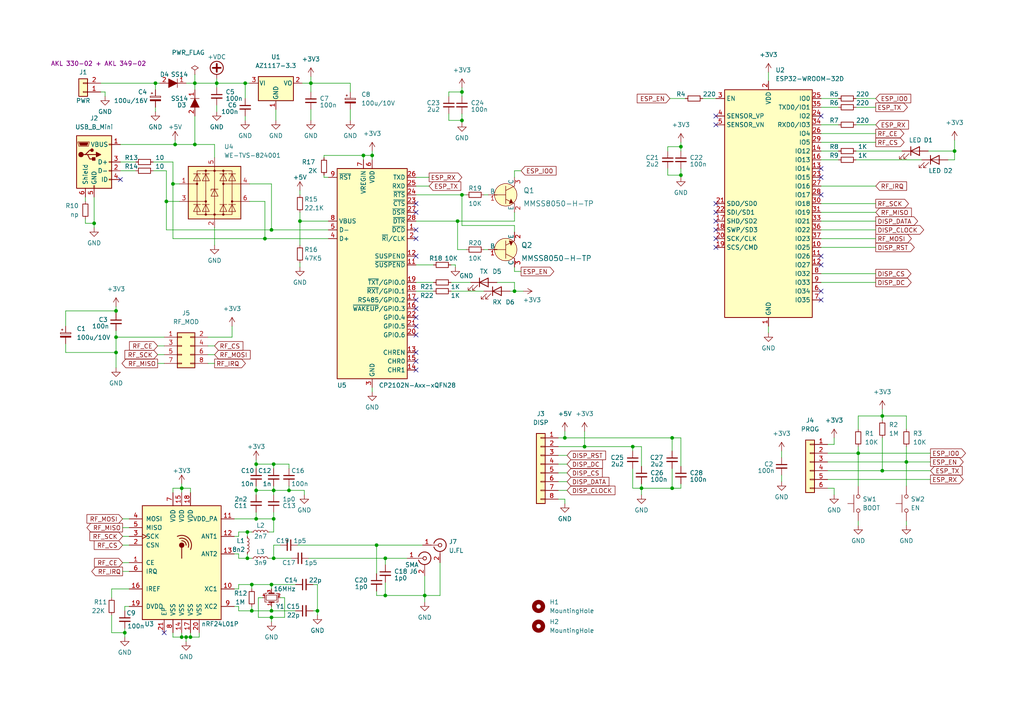
<source format=kicad_sch>
(kicad_sch (version 20211123) (generator eeschema)
  (paper "A4")
  (title_block (title "Moles-Integ-DTU-HW") (date "2023-09-07") (rev "0.0.1") (company "the78mole") (comment 1 "Daniel Glaser"))
  (junction (at 255.905 120.65))
  (junction (at 248.92 131.445))
  (junction (at 79.375 150.495))
  (junction (at 56.515 24.13))
  (junction (at 79.375 134.62))
  (junction (at 109.22 158.115))
  (junction (at 62.865 24.13))
  (junction (at 73.025 169.545))
  (junction (at 33.655 102.235))
  (junction (at 194.945 127))
  (junction (at 71.755 154.305))
  (junction (at 79.375 161.925))
  (junction (at 133.985 56.515))
  (junction (at 123.19 172.72))
  (junction (at 79.375 142.24))
  (junction (at 78.74 169.545))
  (junction (at 107.95 45.085))
  (junction (at 197.485 50.8))
  (junction (at 78.74 177.165))
  (junction (at 90.17 24.13))
  (junction (at 76.835 69.215))
  (junction (at 111.76 161.925))
  (junction (at 27.305 64.77))
  (junction (at 73.025 177.165))
  (junction (at 255.905 136.525))
  (junction (at 71.755 161.925))
  (junction (at 163.83 127))
  (junction (at 55.245 184.785))
  (junction (at 105.41 45.085))
  (junction (at 53.975 184.785))
  (junction (at 86.995 64.135))
  (junction (at 74.295 134.62))
  (junction (at 48.26 58.42))
  (junction (at 33.655 90.17))
  (junction (at 262.89 133.985))
  (junction (at 56.515 41.91))
  (junction (at 276.86 43.815))
  (junction (at 133.985 26.67))
  (junction (at 92.075 177.165))
  (junction (at 50.8 41.91))
  (junction (at 74.295 150.495))
  (junction (at 33.655 97.79))
  (junction (at 52.705 141.605))
  (junction (at 197.485 42.545))
  (junction (at 149.225 84.455))
  (junction (at 183.515 129.54))
  (junction (at 45.085 24.13))
  (junction (at 194.945 141.605))
  (junction (at 133.985 34.925))
  (junction (at 78.74 66.675))
  (junction (at 186.055 141.605))
  (junction (at 111.76 172.72))
  (junction (at 83.82 142.24))
  (junction (at 71.12 24.13))
  (junction (at 78.74 179.07))
  (junction (at 169.545 129.54))
  (junction (at 36.195 183.515))
  (junction (at 132.715 64.135))
  (junction (at 52.705 184.785))
  (junction (at 74.295 142.24))
  (junction (at 50.165 53.34))
  (no_connect (at 34.925 52.07))
  (no_connect (at 47.625 183.515))
  (no_connect (at 238.125 33.655))
  (no_connect (at 238.125 74.295))
  (no_connect (at 238.125 76.835))
  (no_connect (at 238.125 84.455))
  (no_connect (at 238.125 86.995))
  (no_connect (at 238.125 48.895))
  (no_connect (at 238.125 51.435))
  (no_connect (at 238.125 56.515))
  (no_connect (at 207.645 33.655))
  (no_connect (at 207.645 36.195))
  (no_connect (at 207.645 59.055))
  (no_connect (at 207.645 61.595))
  (no_connect (at 207.645 64.135))
  (no_connect (at 207.645 66.675))
  (no_connect (at 207.645 69.215))
  (no_connect (at 207.645 71.755))
  (no_connect (at 120.65 59.055))
  (no_connect (at 120.65 61.595))
  (no_connect (at 120.65 66.675))
  (no_connect (at 120.65 69.215))
  (no_connect (at 120.65 107.315))
  (no_connect (at 120.65 102.235))
  (no_connect (at 120.65 104.775))
  (no_connect (at 120.65 86.995))
  (no_connect (at 120.65 89.535))
  (no_connect (at 120.65 92.075))
  (no_connect (at 120.65 94.615))
  (no_connect (at 120.65 97.155))
  (no_connect (at 120.65 74.295))
  (wire (pts (xy 161.925 139.7) (xy 164.465 139.7)))
  (wire (pts (xy 163.83 127) (xy 163.83 125.095)))
  (wire (pts (xy 32.385 178.435) (xy 32.385 183.515)))
  (wire (pts (xy 183.515 135.89) (xy 183.515 141.605)))
  (wire (pts (xy 35.56 150.495) (xy 37.465 150.495)))
  (wire (pts (xy 132.715 64.135) (xy 149.225 64.135)))
  (wire (pts (xy 123.19 172.72) (xy 123.19 174.625)))
  (wire (pts (xy 74.295 142.24) (xy 79.375 142.24)))
  (wire (pts (xy 222.885 94.615) (xy 222.885 96.52)))
  (wire (pts (xy 74.93 179.07) (xy 78.74 179.07)))
  (wire (pts (xy 109.22 158.115) (xy 122.555 158.115)))
  (wire (pts (xy 161.925 134.62) (xy 164.465 134.62)))
  (wire (pts (xy 130.81 81.915) (xy 136.525 81.915)))
  (wire (pts (xy 37.465 170.815) (xy 32.385 170.815)))
  (wire (pts (xy 241.935 141.605) (xy 241.935 143.51)))
  (wire (pts (xy 83.82 135.89) (xy 83.82 134.62)))
  (wire (pts (xy 183.515 130.81) (xy 183.515 129.54)))
  (wire (pts (xy 79.375 150.495) (xy 79.375 154.305)))
  (wire (pts (xy 60.325 105.41) (xy 62.23 105.41)))
  (wire (pts (xy 183.515 129.54) (xy 169.545 129.54)))
  (wire (pts (xy 52.07 58.42) (xy 48.26 58.42)))
  (wire (pts (xy 30.48 26.67) (xy 30.48 27.94)))
  (wire (pts (xy 86.995 55.245) (xy 86.995 56.515)))
  (wire (pts (xy 255.905 118.745) (xy 255.905 120.65)))
  (wire (pts (xy 89.535 161.925) (xy 111.76 161.925)))
  (wire (pts (xy 238.125 43.815) (xy 243.205 43.815)))
  (wire (pts (xy 130.175 34.925) (xy 133.985 34.925)))
  (wire (pts (xy 69.215 177.165) (xy 73.025 177.165)))
  (wire (pts (xy 93.98 45.085) (xy 105.41 45.085)))
  (wire (pts (xy 69.215 169.545) (xy 73.025 169.545)))
  (wire (pts (xy 83.82 142.24) (xy 88.265 142.24)))
  (wire (pts (xy 79.375 142.24) (xy 79.375 143.51)))
  (wire (pts (xy 52.705 141.605) (xy 52.705 142.875)))
  (wire (pts (xy 35.56 163.195) (xy 37.465 163.195)))
  (wire (pts (xy 240.03 141.605) (xy 241.935 141.605)))
  (wire (pts (xy 248.285 28.575) (xy 254 28.575)))
  (wire (pts (xy 147.955 84.455) (xy 149.225 84.455)))
  (wire (pts (xy 34.925 49.53) (xy 39.37 49.53)))
  (wire (pts (xy 238.125 79.375) (xy 254 79.375)))
  (wire (pts (xy 107.95 45.085) (xy 107.95 46.355)))
  (wire (pts (xy 248.92 131.445) (xy 269.875 131.445)))
  (wire (pts (xy 238.125 64.135) (xy 254 64.135)))
  (wire (pts (xy 76.835 69.215) (xy 95.25 69.215)))
  (wire (pts (xy 127.635 172.72) (xy 123.19 172.72)))
  (wire (pts (xy 240.03 133.985) (xy 262.89 133.985)))
  (wire (pts (xy 69.215 155.575) (xy 69.215 154.305)))
  (wire (pts (xy 48.26 66.675) (xy 78.74 66.675)))
  (wire (pts (xy 197.485 135.255) (xy 197.485 127)))
  (wire (pts (xy 73.025 169.545) (xy 78.74 169.545)))
  (wire (pts (xy 193.675 50.8) (xy 197.485 50.8)))
  (wire (pts (xy 133.985 65.405) (xy 133.985 56.515)))
  (wire (pts (xy 133.985 25.4) (xy 133.985 26.67)))
  (wire (pts (xy 163.83 144.78) (xy 163.83 146.05)))
  (wire (pts (xy 132.08 76.835) (xy 132.08 77.47)))
  (wire (pts (xy 226.695 137.795) (xy 226.695 139.7)))
  (wire (pts (xy 194.945 130.81) (xy 194.945 127)))
  (wire (pts (xy 92.075 169.545) (xy 92.075 177.165)))
  (wire (pts (xy 133.985 33.02) (xy 133.985 34.925)))
  (wire (pts (xy 24.765 57.15) (xy 24.765 58.42)))
  (wire (pts (xy 255.905 136.525) (xy 269.875 136.525)))
  (wire (pts (xy 29.21 24.13) (xy 45.085 24.13)))
  (wire (pts (xy 79.375 148.59) (xy 79.375 150.495)))
  (wire (pts (xy 248.92 124.46) (xy 248.92 120.65)))
  (wire (pts (xy 82.55 179.07) (xy 82.55 173.355)))
  (wire (pts (xy 262.89 120.65) (xy 255.905 120.65)))
  (wire (pts (xy 248.92 131.445) (xy 248.92 140.97)))
  (wire (pts (xy 90.805 177.165) (xy 92.075 177.165)))
  (wire (pts (xy 73.025 177.165) (xy 73.025 175.895)))
  (wire (pts (xy 69.215 160.655) (xy 69.215 161.925)))
  (wire (pts (xy 80.01 31.75) (xy 80.01 34.925)))
  (wire (pts (xy 78.74 66.675) (xy 78.74 53.34)))
  (wire (pts (xy 161.925 129.54) (xy 169.545 129.54)))
  (wire (pts (xy 238.125 46.355) (xy 243.205 46.355)))
  (wire (pts (xy 62.23 66.04) (xy 62.23 71.12)))
  (wire (pts (xy 130.175 27.94) (xy 130.175 26.67)))
  (wire (pts (xy 93.98 45.72) (xy 93.98 45.085)))
  (wire (pts (xy 32.385 170.815) (xy 32.385 173.355)))
  (wire (pts (xy 67.945 160.655) (xy 69.215 160.655)))
  (wire (pts (xy 133.985 26.67) (xy 133.985 27.94)))
  (wire (pts (xy 67.945 150.495) (xy 74.295 150.495)))
  (wire (pts (xy 276.86 43.815) (xy 276.86 40.64)))
  (wire (pts (xy 92.075 177.165) (xy 92.075 178.435)))
  (wire (pts (xy 120.65 81.915) (xy 125.73 81.915)))
  (wire (pts (xy 120.65 84.455) (xy 125.73 84.455)))
  (wire (pts (xy 69.215 154.305) (xy 71.755 154.305)))
  (wire (pts (xy 24.765 63.5) (xy 24.765 64.77)))
  (wire (pts (xy 140.335 72.39) (xy 141.605 72.39)))
  (wire (pts (xy 149.225 61.595) (xy 149.225 64.135)))
  (wire (pts (xy 240.03 131.445) (xy 248.92 131.445)))
  (wire (pts (xy 72.39 58.42) (xy 76.835 58.42)))
  (wire (pts (xy 197.485 42.545) (xy 197.485 43.815)))
  (wire (pts (xy 111.76 161.925) (xy 111.76 163.83)))
  (wire (pts (xy 238.125 66.675) (xy 254 66.675)))
  (wire (pts (xy 248.92 151.13) (xy 248.92 152.4)))
  (wire (pts (xy 74.295 143.51) (xy 74.295 142.24)))
  (wire (pts (xy 193.675 48.895) (xy 193.675 50.8)))
  (wire (pts (xy 60.325 100.33) (xy 62.23 100.33)))
  (wire (pts (xy 78.74 169.545) (xy 78.74 170.815)))
  (wire (pts (xy 35.56 158.115) (xy 37.465 158.115)))
  (wire (pts (xy 238.125 59.055) (xy 254 59.055)))
  (wire (pts (xy 86.995 64.135) (xy 95.25 64.135)))
  (wire (pts (xy 35.56 153.035) (xy 37.465 153.035)))
  (wire (pts (xy 71.755 154.305) (xy 73.025 154.305)))
  (wire (pts (xy 120.65 64.135) (xy 132.715 64.135)))
  (wire (pts (xy 79.375 134.62) (xy 83.82 134.62)))
  (wire (pts (xy 193.675 43.815) (xy 193.675 42.545)))
  (wire (pts (xy 53.975 184.785) (xy 53.975 186.055)))
  (wire (pts (xy 161.925 142.24) (xy 164.465 142.24)))
  (wire (pts (xy 238.125 81.915) (xy 254 81.915)))
  (wire (pts (xy 24.765 64.77) (xy 27.305 64.77)))
  (wire (pts (xy 132.715 72.39) (xy 135.255 72.39)))
  (wire (pts (xy 149.225 78.74) (xy 151.13 78.74)))
  (wire (pts (xy 71.12 28.575) (xy 71.12 24.13)))
  (wire (pts (xy 140.335 56.515) (xy 141.605 56.515)))
  (wire (pts (xy 50.165 183.515) (xy 50.165 184.785)))
  (wire (pts (xy 50.165 69.215) (xy 76.835 69.215)))
  (wire (pts (xy 74.295 133.35) (xy 74.295 134.62)))
  (wire (pts (xy 107.95 43.815) (xy 107.95 45.085)))
  (wire (pts (xy 78.74 179.07) (xy 82.55 179.07)))
  (wire (pts (xy 71.12 24.13) (xy 72.39 24.13)))
  (wire (pts (xy 109.22 171.45) (xy 109.22 172.72)))
  (wire (pts (xy 73.025 169.545) (xy 73.025 170.815)))
  (wire (pts (xy 120.65 51.435) (xy 124.46 51.435)))
  (wire (pts (xy 50.165 184.785) (xy 52.705 184.785)))
  (wire (pts (xy 186.055 140.335) (xy 186.055 141.605)))
  (wire (pts (xy 107.95 112.395) (xy 107.95 113.665)))
  (wire (pts (xy 19.05 102.235) (xy 33.655 102.235)))
  (wire (pts (xy 67.31 97.79) (xy 67.31 94.615)))
  (wire (pts (xy 81.28 158.115) (xy 79.375 158.115)))
  (wire (pts (xy 194.945 127) (xy 163.83 127)))
  (wire (pts (xy 240.03 136.525) (xy 255.905 136.525)))
  (wire (pts (xy 274.955 46.355) (xy 276.86 46.355)))
  (wire (pts (xy 50.165 53.34) (xy 50.165 69.215)))
  (wire (pts (xy 78.105 154.305) (xy 79.375 154.305)))
  (wire (pts (xy 71.12 33.655) (xy 71.12 34.925)))
  (wire (pts (xy 55.245 184.785) (xy 57.785 184.785)))
  (wire (pts (xy 90.17 31.75) (xy 90.17 34.925)))
  (wire (pts (xy 238.125 71.755) (xy 254 71.755)))
  (wire (pts (xy 238.125 61.595) (xy 254 61.595)))
  (wire (pts (xy 262.89 151.13) (xy 262.89 152.4)))
  (wire (pts (xy 197.485 127) (xy 194.945 127)))
  (wire (pts (xy 69.215 161.925) (xy 71.755 161.925)))
  (wire (pts (xy 238.125 31.115) (xy 243.205 31.115)))
  (wire (pts (xy 262.89 133.985) (xy 269.875 133.985)))
  (wire (pts (xy 78.74 169.545) (xy 85.725 169.545)))
  (wire (pts (xy 120.65 56.515) (xy 133.985 56.515)))
  (wire (pts (xy 149.225 77.47) (xy 149.225 78.74)))
  (wire (pts (xy 74.93 173.355) (xy 74.93 179.07)))
  (wire (pts (xy 79.375 140.97) (xy 79.375 142.24)))
  (wire (pts (xy 56.515 21.59) (xy 56.515 24.13)))
  (wire (pts (xy 71.755 154.305) (xy 71.755 155.575)))
  (wire (pts (xy 62.865 30.48) (xy 62.865 32.385)))
  (wire (pts (xy 238.125 38.735) (xy 254 38.735)))
  (wire (pts (xy 56.515 41.91) (xy 62.23 41.91)))
  (wire (pts (xy 78.74 179.07) (xy 78.74 180.34)))
  (wire (pts (xy 197.485 48.895) (xy 197.485 50.8)))
  (wire (pts (xy 248.285 46.355) (xy 267.335 46.355)))
  (wire (pts (xy 248.285 43.815) (xy 261.62 43.815)))
  (wire (pts (xy 78.74 177.165) (xy 78.74 175.895)))
  (wire (pts (xy 34.925 41.91) (xy 50.8 41.91)))
  (wire (pts (xy 86.995 64.135) (xy 86.995 71.12)))
  (wire (pts (xy 79.375 161.925) (xy 84.455 161.925)))
  (wire (pts (xy 33.655 97.79) (xy 33.655 102.235)))
  (wire (pts (xy 149.225 49.53) (xy 151.13 49.53)))
  (wire (pts (xy 36.195 182.245) (xy 36.195 183.515)))
  (wire (pts (xy 53.975 24.13) (xy 56.515 24.13)))
  (wire (pts (xy 69.215 175.895) (xy 69.215 177.165)))
  (wire (pts (xy 133.985 56.515) (xy 135.255 56.515)))
  (wire (pts (xy 52.705 183.515) (xy 52.705 184.785)))
  (wire (pts (xy 194.31 28.575) (xy 198.755 28.575)))
  (wire (pts (xy 130.81 84.455) (xy 140.335 84.455)))
  (wire (pts (xy 241.935 128.905) (xy 241.935 127)))
  (wire (pts (xy 52.705 140.335) (xy 52.705 141.605)))
  (wire (pts (xy 45.72 100.33) (xy 47.625 100.33)))
  (wire (pts (xy 71.755 160.655) (xy 71.755 161.925)))
  (wire (pts (xy 262.89 133.985) (xy 262.89 140.97)))
  (wire (pts (xy 86.995 76.2) (xy 86.995 77.47)))
  (wire (pts (xy 133.985 34.925) (xy 133.985 35.56)))
  (wire (pts (xy 82.55 173.355) (xy 81.28 173.355)))
  (wire (pts (xy 35.56 165.735) (xy 37.465 165.735)))
  (wire (pts (xy 197.485 41.275) (xy 197.485 42.545)))
  (wire (pts (xy 29.21 26.67) (xy 30.48 26.67)))
  (wire (pts (xy 33.655 95.885) (xy 33.655 97.79)))
  (wire (pts (xy 111.76 161.925) (xy 118.11 161.925)))
  (wire (pts (xy 90.17 24.13) (xy 90.17 26.67)))
  (wire (pts (xy 130.175 33.02) (xy 130.175 34.925)))
  (wire (pts (xy 74.295 134.62) (xy 74.295 135.89)))
  (wire (pts (xy 226.695 130.81) (xy 226.695 132.715)))
  (wire (pts (xy 52.07 53.34) (xy 50.165 53.34)))
  (wire (pts (xy 62.865 25.4) (xy 62.865 24.13)))
  (wire (pts (xy 248.285 36.195) (xy 254 36.195)))
  (wire (pts (xy 255.905 120.65) (xy 255.905 121.92)))
  (wire (pts (xy 194.945 141.605) (xy 197.485 141.605)))
  (wire (pts (xy 60.325 102.87) (xy 62.23 102.87)))
  (wire (pts (xy 95.25 66.675) (xy 78.74 66.675)))
  (wire (pts (xy 33.655 97.79) (xy 47.625 97.79)))
  (wire (pts (xy 36.195 183.515) (xy 36.195 184.785)))
  (wire (pts (xy 255.905 127) (xy 255.905 136.525)))
  (wire (pts (xy 48.26 58.42) (xy 48.26 66.675)))
  (wire (pts (xy 34.925 46.99) (xy 39.37 46.99)))
  (wire (pts (xy 132.715 64.135) (xy 132.715 72.39)))
  (wire (pts (xy 60.325 97.79) (xy 67.31 97.79)))
  (wire (pts (xy 71.755 161.925) (xy 73.025 161.925)))
  (wire (pts (xy 33.655 88.9) (xy 33.655 90.17)))
  (wire (pts (xy 45.72 102.87) (xy 47.625 102.87)))
  (wire (pts (xy 88.265 142.24) (xy 88.265 143.51)))
  (wire (pts (xy 74.295 134.62) (xy 79.375 134.62)))
  (wire (pts (xy 45.085 31.115) (xy 45.085 32.385)))
  (wire (pts (xy 55.245 142.875) (xy 55.245 141.605)))
  (wire (pts (xy 50.165 141.605) (xy 52.705 141.605)))
  (wire (pts (xy 45.72 105.41) (xy 47.625 105.41)))
  (wire (pts (xy 62.865 22.86) (xy 62.865 24.13)))
  (wire (pts (xy 52.705 184.785) (xy 53.975 184.785)))
  (wire (pts (xy 238.125 69.215) (xy 254 69.215)))
  (wire (pts (xy 248.285 31.115) (xy 254 31.115)))
  (wire (pts (xy 55.245 141.605) (xy 52.705 141.605)))
  (wire (pts (xy 186.055 141.605) (xy 194.945 141.605)))
  (wire (pts (xy 50.165 142.875) (xy 50.165 141.605)))
  (wire (pts (xy 101.6 31.75) (xy 101.6 34.925)))
  (wire (pts (xy 56.515 24.13) (xy 62.865 24.13)))
  (wire (pts (xy 32.385 183.515) (xy 36.195 183.515)))
  (wire (pts (xy 127.635 163.195) (xy 127.635 172.72)))
  (wire (pts (xy 50.165 46.99) (xy 44.45 46.99)))
  (wire (pts (xy 74.295 148.59) (xy 74.295 150.495)))
  (wire (pts (xy 240.03 128.905) (xy 241.935 128.905)))
  (wire (pts (xy 27.305 57.15) (xy 27.305 64.77)))
  (wire (pts (xy 76.2 173.355) (xy 74.93 173.355)))
  (wire (pts (xy 73.025 177.165) (xy 78.74 177.165)))
  (wire (pts (xy 194.945 135.89) (xy 194.945 141.605)))
  (wire (pts (xy 33.655 102.235) (xy 33.655 106.68)))
  (wire (pts (xy 105.41 45.085) (xy 107.95 45.085)))
  (wire (pts (xy 27.305 64.77) (xy 27.305 66.04)))
  (wire (pts (xy 161.925 132.08) (xy 164.465 132.08)))
  (wire (pts (xy 79.375 134.62) (xy 79.375 135.89)))
  (wire (pts (xy 149.225 84.455) (xy 151.765 84.455)))
  (wire (pts (xy 120.65 76.835) (xy 125.73 76.835)))
  (wire (pts (xy 111.76 168.91) (xy 111.76 172.72)))
  (wire (pts (xy 109.22 172.72) (xy 111.76 172.72)))
  (wire (pts (xy 123.19 167.005) (xy 123.19 172.72)))
  (wire (pts (xy 55.245 183.515) (xy 55.245 184.785)))
  (wire (pts (xy 101.6 26.67) (xy 101.6 24.13)))
  (wire (pts (xy 19.05 90.17) (xy 33.655 90.17)))
  (wire (pts (xy 197.485 141.605) (xy 197.485 140.335)))
  (wire (pts (xy 193.675 42.545) (xy 197.485 42.545)))
  (wire (pts (xy 186.055 141.605) (xy 186.055 143.51)))
  (wire (pts (xy 149.225 67.31) (xy 149.225 65.405)))
  (wire (pts (xy 35.56 155.575) (xy 37.465 155.575)))
  (wire (pts (xy 56.515 24.13) (xy 56.515 26.035)))
  (wire (pts (xy 161.925 127) (xy 163.83 127)))
  (wire (pts (xy 238.125 41.275) (xy 254 41.275)))
  (wire (pts (xy 45.085 24.13) (xy 45.085 26.035)))
  (wire (pts (xy 37.465 175.895) (xy 36.195 175.895)))
  (wire (pts (xy 79.375 158.115) (xy 79.375 161.925)))
  (wire (pts (xy 222.885 20.955) (xy 222.885 23.495)))
  (wire (pts (xy 130.81 76.835) (xy 132.08 76.835)))
  (wire (pts (xy 149.225 65.405) (xy 133.985 65.405)))
  (wire (pts (xy 50.8 40.64) (xy 50.8 41.91)))
  (wire (pts (xy 149.225 81.915) (xy 149.225 84.455)))
  (wire (pts (xy 62.23 45.72) (xy 62.23 41.91)))
  (wire (pts (xy 86.36 158.115) (xy 109.22 158.115)))
  (wire (pts (xy 33.655 90.17) (xy 33.655 90.805)))
  (wire (pts (xy 56.515 33.655) (xy 56.515 41.91)))
  (wire (pts (xy 149.225 51.435) (xy 149.225 49.53)))
  (wire (pts (xy 69.215 170.815) (xy 69.215 169.545)))
  (wire (pts (xy 238.125 36.195) (xy 243.205 36.195)))
  (wire (pts (xy 48.26 49.53) (xy 44.45 49.53)))
  (wire (pts (xy 105.41 46.355) (xy 105.41 45.085)))
  (wire (pts (xy 130.175 26.67) (xy 133.985 26.67)))
  (wire (pts (xy 74.295 140.97) (xy 74.295 142.24)))
  (wire (pts (xy 62.865 24.13) (xy 71.12 24.13)))
  (wire (pts (xy 50.8 41.91) (xy 56.515 41.91)))
  (wire (pts (xy 19.05 99.695) (xy 19.05 102.235)))
  (wire (pts (xy 93.98 51.435) (xy 95.25 51.435)))
  (wire (pts (xy 90.805 169.545) (xy 92.075 169.545)))
  (wire (pts (xy 262.89 129.54) (xy 262.89 133.985)))
  (wire (pts (xy 197.485 50.8) (xy 197.485 51.435)))
  (wire (pts (xy 78.105 161.925) (xy 79.375 161.925)))
  (wire (pts (xy 45.085 24.13) (xy 46.355 24.13)))
  (wire (pts (xy 161.925 144.78) (xy 163.83 144.78)))
  (wire (pts (xy 90.17 24.13) (xy 90.17 22.225)))
  (wire (pts (xy 53.975 184.785) (xy 55.245 184.785)))
  (wire (pts (xy 67.945 155.575) (xy 69.215 155.575)))
  (wire (pts (xy 57.785 184.785) (xy 57.785 183.515)))
  (wire (pts (xy 238.125 28.575) (xy 243.205 28.575)))
  (wire (pts (xy 79.375 142.24) (xy 83.82 142.24)))
  (wire (pts (xy 203.835 28.575) (xy 207.645 28.575)))
  (wire (pts (xy 238.125 53.975) (xy 254 53.975)))
  (wire (pts (xy 78.74 53.34) (xy 72.39 53.34)))
  (wire (pts (xy 276.86 46.355) (xy 276.86 43.815)))
  (wire (pts (xy 161.925 137.16) (xy 164.465 137.16)))
  (wire (pts (xy 76.835 58.42) (xy 76.835 69.215)))
  (wire (pts (xy 248.92 120.65) (xy 255.905 120.65)))
  (wire (pts (xy 186.055 129.54) (xy 183.515 129.54)))
  (wire (pts (xy 87.63 24.13) (xy 90.17 24.13)))
  (wire (pts (xy 86.995 61.595) (xy 86.995 64.135)))
  (wire (pts (xy 48.26 58.42) (xy 48.26 49.53)))
  (wire (pts (xy 186.055 135.255) (xy 186.055 129.54)))
  (wire (pts (xy 67.945 170.815) (xy 69.215 170.815)))
  (wire (pts (xy 240.03 139.065) (xy 269.875 139.065)))
  (wire (pts (xy 183.515 141.605) (xy 186.055 141.605)))
  (wire (pts (xy 109.22 158.115) (xy 109.22 166.37)))
  (wire (pts (xy 78.74 177.165) (xy 85.725 177.165)))
  (wire (pts (xy 269.24 43.815) (xy 276.86 43.815)))
  (wire (pts (xy 111.76 172.72) (xy 123.19 172.72)))
  (wire (pts (xy 144.145 81.915) (xy 149.225 81.915)))
  (wire (pts (xy 83.82 140.97) (xy 83.82 142.24)))
  (wire (pts (xy 262.89 124.46) (xy 262.89 120.65)))
  (wire (pts (xy 36.195 175.895) (xy 36.195 177.165)))
  (wire (pts (xy 169.545 129.54) (xy 169.545 125.095)))
  (wire (pts (xy 74.295 150.495) (xy 79.375 150.495)))
  (wire (pts (xy 120.65 53.975) (xy 124.46 53.975)))
  (wire (pts (xy 50.165 53.34) (xy 50.165 46.99)))
  (wire (pts (xy 93.98 50.8) (xy 93.98 51.435)))
  (wire (pts (xy 19.05 94.615) (xy 19.05 90.17)))
  (wire (pts (xy 248.92 129.54) (xy 248.92 131.445)))
  (wire (pts (xy 101.6 24.13) (xy 90.17 24.13)))
  (wire (pts (xy 67.945 175.895) (xy 69.215 175.895)))
  (global_label "ESP_EN" (shape input) (at 194.31 28.575 180) (property "Intersheet References" "${INTERSHEET_REFS}" (effects hide)))
  (global_label "RF_MOSI" (shape input) (at 62.23 102.87 0) (property "Intersheet References" "${INTERSHEET_REFS}" (effects hide)))
  (global_label "RF_MOSI" (shape output) (at 254 69.215 0) (property "Intersheet References" "${INTERSHEET_REFS}" (effects hide)))
  (global_label "RF_MOSI" (shape input) (at 35.56 150.495 180) (property "Intersheet References" "${INTERSHEET_REFS}" (effects hide)))
  (global_label "ESP_EN" (shape output) (at 269.875 133.985 0) (property "Intersheet References" "${INTERSHEET_REFS}" (effects hide)))
  (global_label "RF_SCK" (shape output) (at 254 59.055 0) (property "Intersheet References" "${INTERSHEET_REFS}" (effects hide)))
  (global_label "DISP_DATA" (shape input) (at 164.465 139.7 0) (property "Intersheet References" "${INTERSHEET_REFS}" (effects hide)))
  (global_label "RF_CS" (shape output) (at 254 41.275 0) (property "Intersheet References" "${INTERSHEET_REFS}" (effects hide)))
  (global_label "ESP_TX" (shape output) (at 254 31.115 0) (property "Intersheet References" "${INTERSHEET_REFS}" (effects hide)))
  (global_label "RF_SCK" (shape input) (at 35.56 155.575 180) (property "Intersheet References" "${INTERSHEET_REFS}" (effects hide)))
  (global_label "RF_CE" (shape input) (at 45.72 100.33 180) (property "Intersheet References" "${INTERSHEET_REFS}" (effects hide)))
  (global_label "ESP_IO0" (shape input) (at 151.13 49.53 0) (property "Intersheet References" "${INTERSHEET_REFS}" (effects hide)))
  (global_label "DISP_CLOCK" (shape output) (at 254 66.675 0) (property "Intersheet References" "${INTERSHEET_REFS}" (effects hide)))
  (global_label "RF_MISO" (shape input) (at 254 61.595 0) (property "Intersheet References" "${INTERSHEET_REFS}" (effects hide)))
  (global_label "ESP_RX" (shape output) (at 124.46 51.435 0) (property "Intersheet References" "${INTERSHEET_REFS}" (effects hide)))
  (global_label "DISP_DC" (shape input) (at 164.465 134.62 0) (property "Intersheet References" "${INTERSHEET_REFS}" (effects hide)))
  (global_label "ESP_EN" (shape output) (at 151.13 78.74 0) (property "Intersheet References" "${INTERSHEET_REFS}" (effects hide)))
  (global_label "RF_IRQ" (shape output) (at 35.56 165.735 180) (property "Intersheet References" "${INTERSHEET_REFS}" (effects hide)))
  (global_label "DISP_CLOCK" (shape input) (at 164.465 142.24 0) (property "Intersheet References" "${INTERSHEET_REFS}" (effects hide)))
  (global_label "DISP_RST" (shape output) (at 254 71.755 0) (property "Intersheet References" "${INTERSHEET_REFS}" (effects hide)))
  (global_label "RF_CS" (shape input) (at 35.56 158.115 180) (property "Intersheet References" "${INTERSHEET_REFS}" (effects hide)))
  (global_label "RF_SCK" (shape input) (at 45.72 102.87 180) (property "Intersheet References" "${INTERSHEET_REFS}" (effects hide)))
  (global_label "RF_CE" (shape input) (at 35.56 163.195 180) (property "Intersheet References" "${INTERSHEET_REFS}" (effects hide)))
  (global_label "RF_IRQ" (shape input) (at 254 53.975 0) (property "Intersheet References" "${INTERSHEET_REFS}" (effects hide)))
  (global_label "DISP_CS" (shape output) (at 254 79.375 0) (property "Intersheet References" "${INTERSHEET_REFS}" (effects hide)))
  (global_label "RF_IRQ" (shape output) (at 62.23 105.41 0) (property "Intersheet References" "${INTERSHEET_REFS}" (effects hide)))
  (global_label "DISP_DC" (shape output) (at 254 81.915 0) (property "Intersheet References" "${INTERSHEET_REFS}" (effects hide)))
  (global_label "DISP_CS" (shape input) (at 164.465 137.16 0) (property "Intersheet References" "${INTERSHEET_REFS}" (effects hide)))
  (global_label "ESP_TX" (shape input) (at 124.46 53.975 0) (property "Intersheet References" "${INTERSHEET_REFS}" (effects hide)))
  (global_label "DISP_RST" (shape input) (at 164.465 132.08 0) (property "Intersheet References" "${INTERSHEET_REFS}" (effects hide)))
  (global_label "ESP_RX" (shape input) (at 254 36.195 0) (property "Intersheet References" "${INTERSHEET_REFS}" (effects hide)))
  (global_label "RF_MISO" (shape output) (at 45.72 105.41 180) (property "Intersheet References" "${INTERSHEET_REFS}" (effects hide)))
  (global_label "RF_CS" (shape input) (at 62.23 100.33 0) (property "Intersheet References" "${INTERSHEET_REFS}" (effects hide)))
  (global_label "ESP_IO0" (shape input) (at 254 28.575 0) (property "Intersheet References" "${INTERSHEET_REFS}" (effects hide)))
  (global_label "RF_MISO" (shape output) (at 35.56 153.035 180) (property "Intersheet References" "${INTERSHEET_REFS}" (effects hide)))
  (global_label "RF_CE" (shape output) (at 254 38.735 0) (property "Intersheet References" "${INTERSHEET_REFS}" (effects hide)))
  (global_label "ESP_RX" (shape output) (at 269.875 139.065 0) (property "Intersheet References" "${INTERSHEET_REFS}" (effects hide)))
  (global_label "ESP_IO0" (shape output) (at 269.875 131.445 0) (property "Intersheet References" "${INTERSHEET_REFS}" (effects hide)))
  (global_label "ESP_TX" (shape input) (at 269.875 136.525 0) (property "Intersheet References" "${INTERSHEET_REFS}" (effects hide)))
  (global_label "DISP_DATA" (shape output) (at 254 64.135 0) (property "Intersheet References" "${INTERSHEET_REFS}" (effects hide)))
  (symbol (lib_id "Device:C_Small") (at 133.985 30.48 0) (unit 1)
    (property "Reference" "C24" (at 136.525 29.845 0) (effects (justify left)))
    (property "Value" "100n" (at 136.525 31.7562 0) (effects (justify left)))
    (property "Footprint" "Capacitor_SMD:C_0603_1608Metric_Pad1.08x0.95mm_HandSolder" (effects hide))
  )
  (symbol (lib_id "Device:C_Small") (at 71.12 31.115 0) (mirror y) (unit 1)
    (property "Reference" "C6" (at 66.04 30.48 0) (effects (justify right)))
    (property "Value" "100n" (at 64.135 32.385 0) (effects (justify right)))
    (property "Footprint" "Capacitor_SMD:C_0603_1608Metric_Pad1.08x0.95mm_HandSolder" (effects hide))
  )
  (symbol (lib_id "Device:C_Small") (at 109.22 168.91 0) (mirror y) (unit 1)
    (property "Reference" "C20" (at 106.68 168.275 0) (effects (justify left)))
    (property "Value" "1p0" (at 106.68 170.1862 0) (effects (justify left)))
    (property "Footprint" "Capacitor_SMD:C_0402_1005Metric_Pad0.74x0.62mm_HandSolder" (effects hide))
  )
  (symbol (lib_id "Device:R_Small") (at 128.27 84.455 90) (mirror x) (unit 1)
    (property "Reference" "R22" (at 123.825 85.725 90))
    (property "Value" "1K" (at 132.08 85.725 90))
    (property "Footprint" "Resistor_SMD:R_0603_1608Metric_Pad0.98x0.95mm_HandSolder" (effects hide))
  )
  (symbol (lib_id "Device:R_Small") (at 255.905 124.46 0) (unit 1)
    (property "Reference" "R2" (at 257.81 123.1899 0) (effects (justify left)))
    (property "Value" "1M" (at 257.81 125.7299 0) (effects (justify left)))
    (property "Footprint" "Resistor_SMD:R_0603_1608Metric_Pad0.98x0.95mm_HandSolder" (effects hide))
  )
  (symbol (lib_id "Device:LED") (at 144.145 84.455 0) (unit 1)
    (property "Reference" "D6" (at 147.955 87.63 0))
    (property "Value" "RX" (at 144.145 87.63 0))
    (property "Footprint" "LED_SMD:LED_0603_1608Metric_Pad1.05x0.95mm_HandSolder" (effects hide))
  )
  (symbol (lib_id "dk_Transistors-Bipolar-BJT-Single:MMSS8050-H-TP") (at 146.685 56.515 0) (unit 1)
    (property "Reference" "Q1" (at 151.765 55.245 0) (effects (font (size 1.524 1.524)) (justify left)))
    (property "Value" "MMSS8050-H-TP" (at 151.765 59.055 0) (effects (font (size 1.524 1.524)) (justify left)))
    (property "Footprint" "Package_TO_SOT_SMD:SOT-23" (effects hide))
    (property "Datasheet" "https://www.mccsemi.com/pdf/Products/MMSS8050(SOT-23).pdf" (effects hide))
    (property "Digi-Key_PN" "MMSS8050-H-TPMSCT-ND" (effects hide))
    (property "MPN" "MMSS8050-H-TP" (effects hide))
    (property "Category" "Discrete Semiconductor Products" (effects hide))
    (property "Family" "Transistors - Bipolar (BJT) - Single" (effects hide))
    (property "DK_Datasheet_Link" "https://www.mccsemi.com/pdf/Products/MMSS8050(SOT-23).pdf" (effects hide))
    (property "DK_Detail_Page" "/product-detail/en/micro-commercial-co/MMSS8050-H-TP/MMSS8050-H-TPMSCT-ND/2825945" (effects hide))
    (property "Description" "TRANS NPN 25V 1.5A SOT23" (effects hide))
    (property "Manufacturer" "Micro Commercial Co" (effects hide))
    (property "Status" "Active" (effects hide))
  )
  (symbol (lib_id "Device:C_Small") (at 83.82 158.115 270) (mirror x) (unit 1)
    (property "Reference" "C19" (at 80.01 156.845 90) (effects (justify left)))
    (property "Value" "1p5" (at 85.09 156.845 90) (effects (justify left)))
    (property "Footprint" "Capacitor_SMD:C_0402_1005Metric_Pad0.74x0.62mm_HandSolder" (effects hide))
  )
  (symbol (lib_id "Connector_Generic:Conn_01x06") (at 234.95 133.985 0) (mirror y) (unit 1)
    (property "Reference" "J4" (at 234.95 121.92 0))
    (property "Value" "PROG" (at 234.95 124.46 0))
    (property "Footprint" "Connector_PinHeader_2.54mm:PinHeader_2x03_P2.54mm_Vertical" (effects hide))
  )
  (symbol (lib_id "Device:C_Small") (at 74.295 146.05 180) (unit 1)
    (property "Reference" "C11" (at 71.755 146.685 0) (effects (justify left)))
    (property "Value" "2n2" (at 71.755 144.7738 0) (effects (justify left)))
    (property "Footprint" "Capacitor_SMD:C_0402_1005Metric_Pad0.74x0.62mm_HandSolder" (effects hide))
  )
  (symbol (lib_id "Device:C_Small") (at 62.865 27.94 0) (unit 1)
    (property "Reference" "C5" (at 65.405 26.67 0) (effects (justify left)))
    (property "Value" "100n" (at 65.405 28.575 0) (effects (justify left)))
    (property "Footprint" "Capacitor_SMD:C_0603_1608Metric_Pad1.08x0.95mm_HandSolder" (effects hide))
  )
  (symbol (lib_id "Device:R_Small") (at 245.745 46.355 90) (unit 1)
    (property "Reference" "R9" (at 241.935 45.085 90))
    (property "Value" "1K" (at 250.19 45.085 90))
    (property "Footprint" "Resistor_SMD:R_0603_1608Metric_Pad0.98x0.95mm_HandSolder" (effects hide))
  )
  (symbol (lib_id "RF_Module:ESP32-WROOM-32D") (at 222.885 59.055 0) (unit 1)
    (property "Reference" "U2" (at 224.9044 20.32 0) (effects (justify left)))
    (property "Value" "ESP32-WROOM-32D" (at 224.9044 22.86 0) (effects (justify left)))
    (property "Footprint" "RF_Module:ESP32-WROOM-32" (effects hide))
    (property "Datasheet" "https://www.espressif.com/sites/default/files/documentation/esp32-wroom-32d_esp32-wroom-32u_datasheet_en.pdf" (effects hide))
  )
  (symbol (lib_id "Device:LED") (at 271.145 46.355 0) (unit 1)
    (property "Reference" "D2" (at 274.955 49.53 0))
    (property "Value" "LED" (at 271.145 49.53 0))
    (property "Footprint" "LED_SMD:LED_0603_1608Metric_Pad1.05x0.95mm_HandSolder" (effects hide))
  )
  (symbol (lib_id "power:GND") (at 27.305 66.04 0) (unit 1)
    (property "Reference" "#PWR01" (effects hide))
    (property "Value" "GND" (at 27.305 70.485 0))
  )
  (symbol (lib_id "power:GND") (at 92.075 178.435 0) (unit 1)
    (property "Reference" "#PWR031" (effects hide))
    (property "Value" "GND" (at 92.075 182.88 0))
  )
  (symbol (lib_id "Device:C_Small") (at 194.945 133.35 0) (mirror y) (unit 1)
    (property "Reference" "C27" (at 192.405 132.715 0) (effects (justify left)))
    (property "Value" "2u2" (at 192.405 134.6262 0) (effects (justify left)))
    (property "Footprint" "Capacitor_SMD:C_0603_1608Metric_Pad1.08x0.95mm_HandSolder" (effects hide))
  )
  (symbol (lib_id "Switch:SW_Push") (at 248.92 146.05 90) (unit 1)
    (property "Reference" "SW1" (at 250.19 144.7799 90) (effects (justify right)))
    (property "Value" "BOOT" (at 250.19 147.3199 90) (effects (justify right)))
    (property "Footprint" "the78mole:SW_SPST_B3SL-1002P" (effects hide))
  )
  (symbol (lib_id "power:GND") (at 186.055 143.51 0) (unit 1)
    (property "Reference" "#PWR0112" (effects hide))
    (property "Value" "GND" (at 186.055 147.955 0))
  )
  (symbol (lib_id "Device:R_Small") (at 41.91 46.99 90) (unit 1)
    (property "Reference" "R13" (at 38.1 45.72 90))
    (property "Value" "10" (at 46.355 45.72 90))
    (property "Footprint" "Resistor_SMD:R_0603_1608Metric_Pad0.98x0.95mm_HandSolder" (effects hide))
  )
  (symbol (lib_id "Switch:SW_Push") (at 262.89 146.05 90) (unit 1)
    (property "Reference" "SW2" (at 264.16 144.7799 90) (effects (justify right)))
    (property "Value" "EN" (at 264.16 147.3199 90) (effects (justify right)))
    (property "Footprint" "the78mole:SW_SPST_B3SL-1002P" (effects hide))
  )
  (symbol (lib_id "Device:L_Small") (at 75.565 161.925 90) (unit 1)
    (property "Reference" "L3" (at 75.565 160.02 90))
    (property "Value" "3n9" (at 75.565 163.195 90))
    (property "Footprint" "Inductor_SMD:L_0402_1005Metric_Pad0.77x0.64mm_HandSolder" (effects hide))
  )
  (symbol (lib_id "Device:C_Small") (at 88.265 177.165 90) (mirror x) (unit 1)
    (property "Reference" "C15" (at 86.995 175.895 90) (effects (justify left)))
    (property "Value" "22p" (at 86.995 178.435 90) (effects (justify left)))
    (property "Footprint" "Capacitor_SMD:C_0402_1005Metric_Pad0.74x0.62mm_HandSolder" (effects hide))
  )
  (symbol (lib_id "power:+3.3V") (at 241.935 127 0) (unit 1)
    (property "Reference" "#PWR011" (effects hide))
    (property "Value" "+3.3V" (at 241.935 121.92 0))
  )
  (symbol (lib_id "Device:R_Small") (at 137.795 72.39 90) (mirror x) (unit 1)
    (property "Reference" "R20" (at 137.795 70.485 90))
    (property "Value" "10K" (at 137.795 74.93 90))
    (property "Footprint" "Resistor_SMD:R_0603_1608Metric_Pad0.98x0.95mm_HandSolder" (effects hide))
  )
  (symbol (lib_id "RF:nRF24L01P") (at 52.705 163.195 0) (unit 1)
    (property "Reference" "U3" (at 41.91 180.975 0) (effects (justify left)))
    (property "Value" "nRF24L01P" (at 58.42 180.975 0) (effects (justify left)))
    (property "Footprint" "Package_DFN_QFN:QFN-20-1EP_4x4mm_P0.5mm_EP2.5x2.5mm" (effects hide))
    (property "Datasheet" "http://www.nordicsemi.com/eng/content/download/2726/34069/file/nRF24L01P_Product_Specification_1_0.pdf" (effects hide))
  )
  (symbol (lib_id "Device:R_Small") (at 245.745 31.115 90) (unit 1)
    (property "Reference" "R6" (at 241.935 29.845 90))
    (property "Value" "220" (at 250.19 29.845 90))
    (property "Footprint" "Resistor_SMD:R_0603_1608Metric_Pad0.98x0.95mm_HandSolder" (effects hide))
  )
  (symbol (lib_id "power:+3.3V") (at 74.295 133.35 0) (unit 1)
    (property "Reference" "#PWR030" (effects hide))
    (property "Value" "+3.3V" (at 74.295 129.54 0))
  )
  (symbol (lib_id "Connector_Generic:Conn_02x04_Odd_Even") (at 52.705 100.33 0) (unit 1)
    (property "Reference" "J5" (at 53.975 90.805 0))
    (property "Value" "RF_MOD" (at 53.975 93.345 0))
    (property "Footprint" "Connector_PinSocket_2.54mm:PinSocket_2x04_P2.54mm_Vertical" (effects hide))
  )
  (symbol (lib_id "power:GND") (at 262.89 152.4 0) (unit 1)
    (property "Reference" "#PWR019" (effects hide))
    (property "Value" "GND" (at 262.89 156.845 0))
  )
  (symbol (lib_id "Device:R_Small") (at 86.995 59.055 0) (mirror y) (unit 1)
    (property "Reference" "R15" (at 88.265 57.785 0) (effects (justify right)))
    (property "Value" "22.1K" (at 88.265 60.325 0) (effects (justify right)))
    (property "Footprint" "Resistor_SMD:R_0603_1608Metric_Pad0.98x0.95mm_HandSolder" (effects hide))
  )
  (symbol (lib_id "Device:R_Small") (at 262.89 127 0) (unit 1)
    (property "Reference" "R3" (at 264.795 125.7299 0) (effects (justify left)))
    (property "Value" "10K" (at 264.795 128.2699 0) (effects (justify left)))
    (property "Footprint" "Resistor_SMD:R_0603_1608Metric_Pad0.98x0.95mm_HandSolder" (effects hide))
  )
  (symbol (lib_id "Device:R_Small") (at 128.27 81.915 90) (unit 1)
    (property "Reference" "R21" (at 123.825 83.185 90))
    (property "Value" "1K" (at 132.08 83.185 90))
    (property "Footprint" "Resistor_SMD:R_0603_1608Metric_Pad0.98x0.95mm_HandSolder" (effects hide))
  )
  (symbol (lib_id "Device:R_Small") (at 24.765 60.96 0) (mirror x) (unit 1)
    (property "Reference" "R10" (at 22.86 59.6899 0) (effects (justify right)))
    (property "Value" "np" (at 22.86 62.2299 0) (effects (justify right)))
    (property "Footprint" "Resistor_SMD:R_0603_1608Metric_Pad0.98x0.95mm_HandSolder" (effects hide))
  )
  (symbol (lib_id "Mechanical:MountingHole") (at 156.21 175.895 0) (unit 1)
    (property "Reference" "H1" (at 159.385 174.6249 0) (effects (justify left)))
    (property "Value" "MountingHole" (at 159.385 177.1649 0) (effects (justify left)))
    (property "Footprint" "MountingHole:MountingHole_4.3mm_M4_DIN965" (effects hide))
  )
  (symbol (lib_id "Connector_Generic:Conn_01x02") (at 24.13 26.67 180) (unit 1)
    (property "Reference" "J1" (at 24.13 20.955 0))
    (property "Value" "PWR" (at 24.13 29.21 0))
    (property "Footprint" "TerminalBlock_RND:TerminalBlock_RND_205-00001_1x02_P5.00mm_Horizontal" (effects hide))
    (property "Reichelt" "AKL 330-02 + AKL 349-02" (at 28.575 18.415 0))
  )
  (symbol (lib_id "dk_Transistors-Bipolar-BJT-Single:MMSS8050-H-TP") (at 146.685 72.39 0) (mirror x) (unit 1)
    (property "Reference" "Q2" (at 151.13 71.12 0) (effects (font (size 1.524 1.524)) (justify left)))
    (property "Value" "MMSS8050-H-TP" (at 151.13 74.93 0) (effects (font (size 1.524 1.524)) (justify left)))
    (property "Footprint" "Package_TO_SOT_SMD:SOT-23" (effects hide))
    (property "Datasheet" "https://www.mccsemi.com/pdf/Products/MMSS8050(SOT-23).pdf" (effects hide))
    (property "Digi-Key_PN" "MMSS8050-H-TPMSCT-ND" (effects hide))
    (property "MPN" "MMSS8050-H-TP" (effects hide))
    (property "Category" "Discrete Semiconductor Products" (effects hide))
    (property "Family" "Transistors - Bipolar (BJT) - Single" (effects hide))
    (property "DK_Datasheet_Link" "https://www.mccsemi.com/pdf/Products/MMSS8050(SOT-23).pdf" (effects hide))
    (property "DK_Detail_Page" "/product-detail/en/micro-commercial-co/MMSS8050-H-TP/MMSS8050-H-TPMSCT-ND/2825945" (effects hide))
    (property "Description" "TRANS NPN 25V 1.5A SOT23" (effects hide))
    (property "Manufacturer" "Micro Commercial Co" (effects hide))
    (property "Status" "Active" (effects hide))
  )
  (symbol (lib_id "Device:C_Small") (at 88.265 169.545 90) (unit 1)
    (property "Reference" "C14" (at 86.36 168.275 90) (effects (justify left)))
    (property "Value" "22p" (at 93.345 168.275 90) (effects (justify left)))
    (property "Footprint" "Capacitor_SMD:C_0402_1005Metric_Pad0.74x0.62mm_HandSolder" (effects hide))
  )
  (symbol (lib_id "power:GND") (at 226.695 139.7 0) (unit 1)
    (property "Reference" "#PWR03" (effects hide))
    (property "Value" "GND" (at 226.695 144.145 0))
  )
  (symbol (lib_id "Connector:Conn_Coaxial") (at 127.635 158.115 0) (unit 1)
    (property "Reference" "J7" (at 130.175 157.1381 0) (effects (justify left)))
    (property "Value" "U.FL" (at 130.175 159.6781 0) (effects (justify left)))
    (property "Footprint" "Connector_Coaxial:U.FL_Hirose_U.FL-R-SMT-1_Vertical" (effects hide))
    (property "Datasheet" " ~" (effects hide))
    (property "MPN" "U.FL-R-SMT-1(10)" (effects hide))
    (property "Manufacturer" "Hirose" (effects hide))
  )
  (symbol (lib_id "power:GND") (at 107.95 113.665 0) (unit 1)
    (property "Reference" "#PWR0111" (effects hide))
    (property "Value" "GND" (at 107.95 118.11 0))
  )
  (symbol (lib_id "power:GND") (at 132.08 77.47 0) (unit 1)
    (property "Reference" "#PWR0110" (effects hide))
    (property "Value" "GND" (at 135.255 80.01 0))
  )
  (symbol (lib_id "Device:R_Small") (at 93.98 48.26 0) (unit 1)
    (property "Reference" "R17" (at 91.44 46.99 0) (effects (justify right)))
    (property "Value" "2K" (at 92.075 49.53 0) (effects (justify right)))
    (property "Footprint" "Resistor_SMD:R_0603_1608Metric_Pad0.98x0.95mm_HandSolder" (effects hide))
  )
  (symbol (lib_name "SS14_1") (lib_id "dk_Diodes-Rectifiers-Single:SS14") (at 51.435 24.13 180) (unit 1)
    (property "Reference" "D3" (at 52.705 30.48 0))
    (property "Value" "SS14" (at 52.07 28.575 0))
    (property "Footprint" "Diode_SMD:D_SMA-SMB_Universal_Handsoldering" (effects hide))
    (property "Datasheet" "https://www.onsemi.com/pub/Collateral/SS19-D.PDF" (effects hide))
    (property "Digi-Key_PN" "SS14CT-ND" (effects hide))
    (property "MPN" "SS14" (effects hide))
    (property "Category" "Discrete Semiconductor Products" (effects hide))
    (property "Family" "Diodes - Rectifiers - Single" (effects hide))
    (property "DK_Datasheet_Link" "https://www.onsemi.com/pub/Collateral/SS19-D.PDF" (effects hide))
    (property "DK_Detail_Page" "/product-detail/en/on-semiconductor/SS14/SS14CT-ND/965729" (effects hide))
    (property "Description" "DIODE SCHOTTKY 40V 1A SMA" (effects hide))
    (property "Manufacturer" "ON Semiconductor" (effects hide))
    (property "Status" "Active" (effects hide))
  )
  (symbol (lib_id "Device:R_Small") (at 245.745 43.815 90) (unit 1)
    (property "Reference" "R8" (at 241.935 42.545 90))
    (property "Value" "1K" (at 250.19 42.545 90))
    (property "Footprint" "Resistor_SMD:R_0603_1608Metric_Pad0.98x0.95mm_HandSolder" (effects hide))
  )
  (symbol (lib_id "Device:R_Small") (at 201.295 28.575 90) (unit 1)
    (property "Reference" "R4" (at 197.485 27.305 90))
    (property "Value" "220" (at 205.74 27.305 90))
    (property "Footprint" "Resistor_SMD:R_0603_1608Metric_Pad0.98x0.95mm_HandSolder" (effects hide))
  )
  (symbol (lib_id "Device:C_Small") (at 83.82 138.43 0) (unit 1)
    (property "Reference" "C16" (at 84.455 136.525 0) (effects (justify left)))
    (property "Value" "100n" (at 84.455 140.335 0) (effects (justify left)))
    (property "Footprint" "Capacitor_SMD:C_0603_1608Metric_Pad1.08x0.95mm_HandSolder" (effects hide))
  )
  (symbol (lib_id "power:+3.3V") (at 33.655 88.9 0) (unit 1)
    (property "Reference" "#PWR05" (effects hide))
    (property "Value" "+3.3V" (at 33.655 83.82 0))
  )
  (symbol (lib_id "power:GND") (at 88.265 143.51 0) (unit 1)
    (property "Reference" "#PWR032" (effects hide))
    (property "Value" "GND" (at 88.265 147.955 0))
  )
  (symbol (lib_id "Connector_Generic:Conn_01x08") (at 156.845 134.62 0) (mirror y) (unit 1)
    (property "Reference" "J3" (at 156.845 120.015 0))
    (property "Value" "DISP" (at 156.845 122.555 0))
    (property "Footprint" "Connector_IDC:IDC-Header_2x04_P2.54mm_Vertical" (effects hide))
  )
  (symbol (lib_id "power:GND") (at 80.01 34.925 0) (unit 1)
    (property "Reference" "#PWR018" (effects hide))
    (property "Value" "GND" (at 80.01 39.37 0))
  )
  (symbol (lib_id "power:GND") (at 33.655 106.68 0) (unit 1)
    (property "Reference" "#PWR06" (effects hide))
    (property "Value" "GND" (at 33.655 111.125 0))
  )
  (symbol (lib_id "power:+3.3V") (at 90.17 22.225 0) (unit 1)
    (property "Reference" "#PWR021" (effects hide))
    (property "Value" "+3.3V" (at 90.17 17.145 0))
  )
  (symbol (lib_id "Device:C_Small") (at 79.375 138.43 0) (mirror y) (unit 1)
    (property "Reference" "C12" (at 78.74 136.525 0) (effects (justify left)))
    (property "Value" "1n" (at 78.74 140.335 0) (effects (justify left)))
    (property "Footprint" "Capacitor_SMD:C_0603_1608Metric_Pad1.08x0.95mm_HandSolder" (effects hide))
  )
  (symbol (lib_id "Device:C_Polarized_Small") (at 101.6 29.21 0) (unit 1)
    (property "Reference" "C8" (at 104.775 27.3938 0) (effects (justify left)))
    (property "Value" "100u/10V" (at 104.775 29.9338 0) (effects (justify left)))
    (property "Footprint" "Capacitor_THT:C_Radial_D6.3mm_H11.0mm_P2.50mm" (effects hide))
  )
  (symbol (lib_id "power:PWR_FLAG") (at 56.515 21.59 0) (unit 1)
    (property "Reference" "#FLG0101" (effects hide))
    (property "Value" "PWR_FLAG" (at 54.61 15.24 0))
  )
  (symbol (lib_id "Device:C_Small") (at 79.375 146.05 0) (mirror x) (unit 1)
    (property "Reference" "C13" (at 81.915 146.685 0) (effects (justify left)))
    (property "Value" "1p0" (at 81.915 144.7738 0) (effects (justify left)))
    (property "Footprint" "Capacitor_SMD:C_0402_1005Metric_Pad0.74x0.62mm_HandSolder" (effects hide))
  )
  (symbol (lib_id "power:GND") (at 53.975 186.055 0) (unit 1)
    (property "Reference" "#PWR029" (effects hide))
    (property "Value" "GND" (at 53.975 190.5 0))
  )
  (symbol (lib_id "Device:R_Small") (at 128.27 76.835 90) (mirror x) (unit 1)
    (property "Reference" "R18" (at 124.46 74.93 90) (effects (justify right)))
    (property "Value" "10K" (at 128.905 74.93 90) (effects (justify right)))
    (property "Footprint" "Resistor_SMD:R_0603_1608Metric_Pad0.98x0.95mm_HandSolder" (effects hide))
  )
  (symbol (lib_id "Device:C_Small") (at 111.76 166.37 0) (unit 1)
    (property "Reference" "C18" (at 114.3 165.735 0) (effects (justify left)))
    (property "Value" "1p0" (at 114.3 167.6462 0) (effects (justify left)))
    (property "Footprint" "Capacitor_SMD:C_0402_1005Metric_Pad0.74x0.62mm_HandSolder" (effects hide))
  )
  (symbol (lib_id "Regulator_Linear:AZ1117-3.3") (at 80.01 24.13 0) (unit 1)
    (property "Reference" "U1" (at 80.01 16.51 0))
    (property "Value" "AZ1117-3.3" (at 80.01 19.05 0))
    (property "Footprint" "Package_TO_SOT_SMD:SOT-223-3_TabPin2" (effects hide))
    (property "Datasheet" "https://www.diodes.com/assets/Datasheets/AZ1117.pdf" (effects hide))
  )
  (symbol (lib_id "power:+3.3V") (at 226.695 130.81 0) (unit 1)
    (property "Reference" "#PWR02" (effects hide))
    (property "Value" "+3.3V" (at 226.695 125.73 0))
  )
  (symbol (lib_id "Device:C_Small") (at 74.295 138.43 0) (unit 1)
    (property "Reference" "C10" (at 69.85 136.525 0) (effects (justify left)))
    (property "Value" "10n" (at 69.85 140.335 0) (effects (justify left)))
    (property "Footprint" "Capacitor_SMD:C_0603_1608Metric_Pad1.08x0.95mm_HandSolder" (effects hide))
  )
  (symbol (lib_id "power:GND") (at 222.885 96.52 0) (unit 1)
    (property "Reference" "#PWR025" (effects hide))
    (property "Value" "GND" (at 222.885 100.965 0))
  )
  (symbol (lib_id "power:GND") (at 90.17 34.925 0) (unit 1)
    (property "Reference" "#PWR022" (effects hide))
    (property "Value" "GND" (at 90.17 39.37 0))
  )
  (symbol (lib_id "Device:LED") (at 265.43 43.815 0) (unit 1)
    (property "Reference" "D1" (at 269.24 40.64 0))
    (property "Value" "LED" (at 265.43 40.64 0))
    (property "Footprint" "LED_SMD:LED_0603_1608Metric_Pad1.05x0.95mm_HandSolder" (effects hide))
  )
  (symbol (lib_id "power:GND") (at 36.195 184.785 0) (unit 1)
    (property "Reference" "#PWR027" (effects hide))
    (property "Value" "GND" (at 36.195 189.23 0))
  )
  (symbol (lib_id "Device:R_Small") (at 32.385 175.895 0) (unit 1)
    (property "Reference" "R11" (at 31.115 174.625 0) (effects (justify right)))
    (property "Value" "22K" (at 30.48 177.165 0) (effects (justify right)))
    (property "Footprint" "Resistor_SMD:R_0603_1608Metric_Pad0.98x0.95mm_HandSolder" (effects hide))
  )
  (symbol (lib_id "power:+3.3V") (at 52.705 140.335 0) (unit 1)
    (property "Reference" "#PWR028" (effects hide))
    (property "Value" "+3.3V" (at 52.705 136.525 0))
  )
  (symbol (lib_id "Device:C_Small") (at 193.675 46.355 0) (mirror y) (unit 1)
    (property "Reference" "C21" (at 191.135 45.72 0) (effects (justify left)))
    (property "Value" "2u2" (at 191.135 47.6312 0) (effects (justify left)))
    (property "Footprint" "Capacitor_SMD:C_0603_1608Metric_Pad1.08x0.95mm_HandSolder" (effects hide))
  )
  (symbol (lib_id "Device:R_Small") (at 245.745 28.575 90) (unit 1)
    (property "Reference" "R5" (at 241.935 27.305 90))
    (property "Value" "220" (at 250.19 27.305 90))
    (property "Footprint" "Resistor_SMD:R_0603_1608Metric_Pad0.98x0.95mm_HandSolder" (effects hide))
  )
  (symbol (lib_id "power:GND") (at 71.12 34.925 0) (unit 1)
    (property "Reference" "#PWR016" (effects hide))
    (property "Value" "GND" (at 71.12 39.37 0))
  )
  (symbol (lib_id "dk_Diodes-Rectifiers-Single:SS14") (at 56.515 28.575 270) (unit 1)
    (property "Reference" "D4" (at 46.355 21.59 90) (effects (justify left)))
    (property "Value" "SS14" (at 49.53 21.59 90) (effects (justify left)))
    (property "Footprint" "Diode_SMD:D_SMA-SMB_Universal_Handsoldering" (effects hide))
    (property "Datasheet" "https://www.onsemi.com/pub/Collateral/SS19-D.PDF" (effects hide))
    (property "Digi-Key_PN" "SS14CT-ND" (effects hide))
    (property "MPN" "SS14" (effects hide))
    (property "Category" "Discrete Semiconductor Products" (effects hide))
    (property "Family" "Diodes - Rectifiers - Single" (effects hide))
    (property "DK_Datasheet_Link" "https://www.onsemi.com/pub/Collateral/SS19-D.PDF" (effects hide))
    (property "DK_Detail_Page" "/product-detail/en/on-semiconductor/SS14/SS14CT-ND/965729" (effects hide))
    (property "Description" "DIODE SCHOTTKY 40V 1A SMA" (effects hide))
    (property "Manufacturer" "ON Semiconductor" (effects hide))
    (property "Status" "Active" (effects hide))
  )
  (symbol (lib_id "power:+3.3V") (at 133.985 25.4 0) (unit 1)
    (property "Reference" "#PWR0104" (effects hide))
    (property "Value" "+3.3V" (at 133.985 20.32 0))
  )
  (symbol (lib_id "Device:LED") (at 140.335 81.915 0) (unit 1)
    (property "Reference" "D5" (at 144.145 78.74 0))
    (property "Value" "TX" (at 140.335 78.74 0))
    (property "Footprint" "LED_SMD:LED_0603_1608Metric_Pad1.05x0.95mm_HandSolder" (effects hide))
  )
  (symbol (lib_id "Device:C_Small") (at 197.485 137.795 0) (unit 1)
    (property "Reference" "C28" (at 200.025 137.16 0) (effects (justify left)))
    (property "Value" "100n" (at 200.025 139.0712 0) (effects (justify left)))
    (property "Footprint" "Capacitor_SMD:C_0603_1608Metric_Pad1.08x0.95mm_HandSolder" (effects hide))
  )
  (symbol (lib_id "power:+3.3V") (at 276.86 40.64 0) (unit 1)
    (property "Reference" "#PWR026" (effects hide))
    (property "Value" "+3.3V" (at 276.86 35.56 0))
  )
  (symbol (lib_id "power:GND") (at 45.085 32.385 0) (unit 1)
    (property "Reference" "#PWR010" (effects hide))
    (property "Value" "GND" (at 45.085 36.83 0))
  )
  (symbol (lib_id "power:+3.3V") (at 197.485 41.275 0) (unit 1)
    (property "Reference" "#PWR0101" (effects hide))
    (property "Value" "+3.3V" (at 197.485 36.195 0))
  )
  (symbol (lib_id "Device:L_Small") (at 75.565 154.305 90) (unit 1)
    (property "Reference" "L2" (at 75.565 152.4 90))
    (property "Value" "2n7" (at 75.565 155.575 90))
    (property "Footprint" "Inductor_SMD:L_0402_1005Metric_Pad0.77x0.64mm_HandSolder" (effects hide))
  )
  (symbol (lib_id "Interface_USB:CP2102N-Axx-xQFN28") (at 107.95 79.375 0) (unit 1)
    (property "Reference" "U5" (at 97.79 111.76 0) (effects (justify left)))
    (property "Value" "CP2102N-Axx-xQFN28" (at 109.855 111.76 0) (effects (justify left)))
    (property "Footprint" "Package_DFN_QFN:QFN-28-1EP_5x5mm_P0.5mm_EP3.35x3.35mm" (effects hide))
    (property "Datasheet" "https://www.silabs.com/documents/public/data-sheets/cp2102n-datasheet.pdf" (effects hide))
  )
  (symbol (lib_id "power:+3.3V") (at 67.31 94.615 0) (unit 1)
    (property "Reference" "#PWR020" (effects hide))
    (property "Value" "+3.3V" (at 67.31 89.535 0))
  )
  (symbol (lib_id "Device:C_Small") (at 130.175 30.48 0) (mirror y) (unit 1)
    (property "Reference" "C23" (at 127.635 29.845 0) (effects (justify left)))
    (property "Value" "2u2" (at 127.635 31.7562 0) (effects (justify left)))
    (property "Footprint" "Capacitor_SMD:C_0603_1608Metric_Pad1.08x0.95mm_HandSolder" (effects hide))
  )
  (symbol (lib_id "power:+5V") (at 163.83 125.095 0) (unit 1)
    (property "Reference" "#PWR07" (effects hide))
    (property "Value" "+5V" (at 163.83 120.015 0))
  )
  (symbol (lib_id "Device:R_Small") (at 137.795 56.515 90) (unit 1)
    (property "Reference" "R19" (at 137.795 54.61 90))
    (property "Value" "10K" (at 137.795 59.055 90))
    (property "Footprint" "Resistor_SMD:R_0603_1608Metric_Pad0.98x0.95mm_HandSolder" (effects hide))
  )
  (symbol (lib_id "Device:L_Small") (at 71.755 158.115 0) (unit 1)
    (property "Reference" "L1" (at 68.58 156.845 0) (effects (justify left)))
    (property "Value" "8n2" (at 67.31 159.385 0) (effects (justify left)))
    (property "Footprint" "Inductor_SMD:L_0402_1005Metric_Pad0.77x0.64mm_HandSolder" (effects hide))
  )
  (symbol (lib_id "Device:R_Small") (at 248.92 127 0) (unit 1)
    (property "Reference" "R1" (at 250.825 125.7299 0) (effects (justify left)))
    (property "Value" "10K" (at 250.825 128.2699 0) (effects (justify left)))
    (property "Footprint" "Resistor_SMD:R_0603_1608Metric_Pad0.98x0.95mm_HandSolder" (effects hide))
  )
  (symbol (lib_id "power:GND") (at 78.74 180.34 0) (unit 1)
    (property "Reference" "#PWR034" (effects hide))
    (property "Value" "GND" (at 78.74 184.785 0))
  )
  (symbol (lib_id "power:+3.3V") (at 222.885 20.955 0) (unit 1)
    (property "Reference" "#PWR024" (effects hide))
    (property "Value" "+3.3V" (at 222.885 15.875 0))
  )
  (symbol (lib_id "Device:C_Small") (at 86.995 161.925 90) (unit 1)
    (property "Reference" "C17" (at 85.725 163.195 90) (effects (justify left)))
    (property "Value" "1p5" (at 92.075 163.195 90) (effects (justify left)))
    (property "Footprint" "Capacitor_SMD:C_0402_1005Metric_Pad0.74x0.62mm_HandSolder" (effects hide))
    (property "NP" "np" (effects hide))
  )
  (symbol (lib_id "power:GND") (at 123.19 174.625 0) (unit 1)
    (property "Reference" "#PWR033" (effects hide))
    (property "Value" "GND" (at 123.19 179.07 0))
  )
  (symbol (lib_id "power:GND") (at 241.935 143.51 0) (unit 1)
    (property "Reference" "#PWR012" (effects hide))
    (property "Value" "GND" (at 241.935 147.955 0))
  )
  (symbol (lib_id "power:+5V") (at 86.995 55.245 0) (unit 1)
    (property "Reference" "#PWR0108" (effects hide))
    (property "Value" "+5V" (at 86.995 51.435 0))
  )
  (symbol (lib_id "power:+3.3V") (at 151.765 84.455 270) (unit 1)
    (property "Reference" "#PWR035" (effects hide))
    (property "Value" "+3.3V" (at 154.305 86.995 90))
  )
  (symbol (lib_id "Device:C_Small") (at 226.695 135.255 0) (mirror y) (unit 1)
    (property "Reference" "C2" (at 221.615 134.62 0) (effects (justify right)))
    (property "Value" "100n" (at 219.71 136.525 0) (effects (justify right)))
    (property "Footprint" "Capacitor_SMD:C_0603_1608Metric_Pad1.08x0.95mm_HandSolder" (effects hide))
  )
  (symbol (lib_id "Device:C_Small") (at 186.055 137.795 0) (unit 1)
    (property "Reference" "C26" (at 188.595 137.16 0) (effects (justify left)))
    (property "Value" "100n" (at 188.595 139.0712 0) (effects (justify left)))
    (property "Footprint" "Capacitor_SMD:C_0603_1608Metric_Pad1.08x0.95mm_HandSolder" (effects hide))
  )
  (symbol (lib_id "power:+VDC") (at 62.865 22.86 0) (unit 1)
    (property "Reference" "#PWR0105" (effects hide))
    (property "Value" "+VDC" (at 62.865 16.51 0))
  )
  (symbol (lib_id "the78mole:WE-TVS-824001") (at 62.23 55.88 0) (unit 1)
    (property "Reference" "U4" (at 64.9987 42.545 0) (effects (justify left)))
    (property "Value" "WE-TVS-824001" (at 64.9987 45.085 0) (effects (justify left)))
    (property "Footprint" "Package_TO_SOT_SMD:SOT-23-6" (effects hide))
    (property "Datasheet" "https://www.st.com/resource/en/datasheet/usblc6-4.pdf" (effects hide))
  )
  (symbol (lib_id "Device:R_Small") (at 245.745 36.195 90) (unit 1)
    (property "Reference" "R7" (at 241.935 34.925 90))
    (property "Value" "220" (at 250.19 34.925 90))
    (property "Footprint" "Resistor_SMD:R_0603_1608Metric_Pad0.98x0.95mm_HandSolder" (effects hide))
  )
  (symbol (lib_id "Connector:USB_B_Mini") (at 27.305 46.99 0) (unit 1)
    (property "Reference" "J2" (at 27.305 34.29 0))
    (property "Value" "USB_B_Mini" (at 27.305 36.83 0))
    (property "Footprint" "the78mole:USB_Mini-B_Wuerth_65100516121_Horizontal" (effects hide))
  )
  (symbol (lib_id "power:GND") (at 197.485 51.435 0) (unit 1)
    (property "Reference" "#PWR0102" (effects hide))
    (property "Value" "GND" (at 197.485 55.88 0))
  )
  (symbol (lib_id "Device:C_Small") (at 33.655 93.345 0) (mirror y) (unit 1)
    (property "Reference" "C3" (at 28.575 92.71 0) (effects (justify right)))
    (property "Value" "100n" (at 26.67 94.615 0) (effects (justify right)))
    (property "Footprint" "Capacitor_SMD:C_0603_1608Metric_Pad1.08x0.95mm_HandSolder" (effects hide))
  )
  (symbol (lib_id "power:GND") (at 86.995 77.47 0) (unit 1)
    (property "Reference" "#PWR0107" (effects hide))
    (property "Value" "GND" (at 86.995 81.915 0))
  )
  (symbol (lib_id "power:GND") (at 30.48 27.94 0) (unit 1)
    (property "Reference" "#PWR04" (effects hide))
    (property "Value" "GND" (at 30.48 32.385 0))
  )
  (symbol (lib_id "Mechanical:MountingHole") (at 156.21 181.61 0) (unit 1)
    (property "Reference" "H2" (at 159.385 180.3399 0) (effects (justify left)))
    (property "Value" "MountingHole" (at 159.385 182.8799 0) (effects (justify left)))
    (property "Footprint" "MountingHole:MountingHole_4.3mm_M4_DIN965" (effects hide))
  )
  (symbol (lib_id "Device:C_Small") (at 36.195 179.705 0) (mirror y) (unit 1)
    (property "Reference" "C9" (at 39.37 177.8 0) (effects (justify left)))
    (property "Value" "100n" (at 41.91 181.61 0) (effects (justify left)))
    (property "Footprint" "Capacitor_SMD:C_0603_1608Metric_Pad1.08x0.95mm_HandSolder" (effects hide))
  )
  (symbol (lib_id "Device:R_Small") (at 86.995 73.66 0) (mirror y) (unit 1)
    (property "Reference" "R16" (at 88.265 72.39 0) (effects (justify right)))
    (property "Value" "47K5" (at 88.265 74.93 0) (effects (justify right)))
    (property "Footprint" "Resistor_SMD:R_0603_1608Metric_Pad0.98x0.95mm_HandSolder" (effects hide))
  )
  (symbol (lib_id "Device:R_Small") (at 41.91 49.53 90) (unit 1)
    (property "Reference" "R14" (at 38.1 48.26 90))
    (property "Value" "10" (at 46.355 48.26 90))
    (property "Footprint" "Resistor_SMD:R_0603_1608Metric_Pad0.98x0.95mm_HandSolder" (effects hide))
  )
  (symbol (lib_id "power:GND") (at 248.92 152.4 0) (unit 1)
    (property "Reference" "#PWR015" (effects hide))
    (property "Value" "GND" (at 248.92 156.845 0))
  )
  (symbol (lib_id "Device:C_Polarized_Small") (at 45.085 28.575 0) (unit 1)
    (property "Reference" "C4" (at 40.005 26.67 0) (effects (justify left)))
    (property "Value" "100u/16V" (at 33.02 29.21 0) (effects (justify left)))
    (property "Footprint" "Capacitor_THT:C_Radial_D6.3mm_H11.0mm_P2.50mm" (effects hide))
  )
  (symbol (lib_id "Connector:Conn_Coaxial") (at 123.19 161.925 0) (unit 1)
    (property "Reference" "J6" (at 118.745 165.735 0) (effects (justify left)))
    (property "Value" "SMA" (at 117.475 163.83 0) (effects (justify left)))
    (property "Footprint" "Connector_Coaxial:SMA_Amphenol_901-143_Horizontal" (effects hide))
    (property "Datasheet" " ~" (effects hide))
    (property "NP" "np" (effects hide))
  )
  (symbol (lib_id "Device:Crystal_GND24_Small") (at 78.74 173.355 90) (unit 1)
    (property "Reference" "Y1" (at 81.28 175.895 90))
    (property "Value" "16MHz" (at 82.55 170.815 90))
    (property "Footprint" "Crystal:Crystal_SMD_3225-4Pin_3.2x2.5mm_HandSoldering" (effects hide))
  )
  (symbol (lib_id "Device:C_Small") (at 197.485 46.355 0) (unit 1)
    (property "Reference" "C22" (at 200.025 45.72 0) (effects (justify left)))
    (property "Value" "100n" (at 200.025 47.6312 0) (effects (justify left)))
    (property "Footprint" "Capacitor_SMD:C_0603_1608Metric_Pad1.08x0.95mm_HandSolder" (effects hide))
  )
  (symbol (lib_id "power:+5V") (at 50.8 40.64 0) (unit 1)
    (property "Reference" "#PWR09" (effects hide))
    (property "Value" "+5V" (at 50.8 36.83 0))
  )
  (symbol (lib_id "power:+3.3V") (at 255.905 118.745 0) (unit 1)
    (property "Reference" "#PWR017" (effects hide))
    (property "Value" "+3.3V" (at 255.905 113.665 0))
  )
  (symbol (lib_id "Device:R_Small") (at 73.025 173.355 0) (unit 1)
    (property "Reference" "R12" (at 71.755 172.085 0) (effects (justify right)))
    (property "Value" "1M" (at 71.12 174.625 0) (effects (justify right)))
    (property "Footprint" "Resistor_SMD:R_0603_1608Metric_Pad0.98x0.95mm_HandSolder" (effects hide))
  )
  (symbol (lib_id "Device:C_Small") (at 183.515 133.35 0) (mirror y) (unit 1)
    (property "Reference" "C25" (at 180.975 132.715 0) (effects (justify left)))
    (property "Value" "2u2" (at 180.975 134.6262 0) (effects (justify left)))
    (property "Footprint" "Capacitor_SMD:C_0603_1608Metric_Pad1.08x0.95mm_HandSolder" (effects hide))
  )
  (symbol (lib_id "power:GND") (at 62.23 71.12 0) (unit 1)
    (property "Reference" "#PWR0106" (effects hide))
    (property "Value" "GND" (at 62.23 75.565 0))
  )
  (symbol (lib_id "Device:C_Small") (at 90.17 29.21 0) (unit 1)
    (property "Reference" "C7" (at 92.71 28.575 0) (effects (justify left)))
    (property "Value" "100n" (at 92.71 30.4862 0) (effects (justify left)))
    (property "Footprint" "Capacitor_SMD:C_0603_1608Metric_Pad1.08x0.95mm_HandSolder" (effects hide))
  )
  (symbol (lib_id "power:+3.3V") (at 169.545 125.095 0) (unit 1)
    (property "Reference" "#PWR013" (effects hide))
    (property "Value" "+3.3V" (at 169.545 120.015 0))
  )
  (symbol (lib_id "power:+3.3V") (at 107.95 43.815 0) (unit 1)
    (property "Reference" "#PWR0109" (effects hide))
    (property "Value" "+3.3V" (at 107.95 38.735 0))
  )
  (symbol (lib_id "power:GND") (at 163.83 146.05 0) (unit 1)
    (property "Reference" "#PWR08" (effects hide))
    (property "Value" "GND" (at 163.83 150.495 0))
  )
  (symbol (lib_id "power:GND") (at 62.865 32.385 0) (unit 1)
    (property "Reference" "#PWR014" (effects hide))
    (property "Value" "GND" (at 62.865 36.83 0))
  )
  (symbol (lib_id "power:GND") (at 101.6 34.925 0) (unit 1)
    (property "Reference" "#PWR023" (effects hide))
    (property "Value" "GND" (at 101.6 39.37 0))
  )
  (symbol (lib_id "power:GND") (at 133.985 35.56 0) (unit 1)
    (property "Reference" "#PWR0103" (effects hide))
    (property "Value" "GND" (at 133.985 40.005 0))
  )
  (symbol (lib_id "Device:C_Polarized_Small") (at 19.05 97.155 0) (unit 1)
    (property "Reference" "C1" (at 22.225 95.3388 0) (effects (justify left)))
    (property "Value" "100u/10V" (at 22.225 97.8788 0) (effects (justify left)))
    (property "Footprint" "Capacitor_THT:C_Radial_D6.3mm_H11.0mm_P2.50mm" (effects hide))
  )
)
</source>
